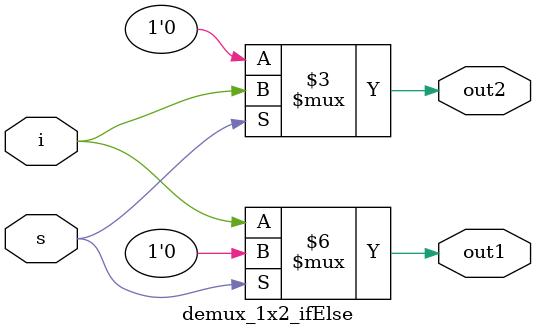
<source format=v>
`timescale 1ns / 1ps
module demux_1x2_ifElse(
	 input i,
    input s,
    output reg out1,
    output reg out2
    );
	 
	 always @(*)
	 begin
		if(s) begin 
			out1 = 0;
			out2 = i;
		end
		else begin
			out1 = i;
			out2 = 0;
		end
	 end


endmodule

</source>
